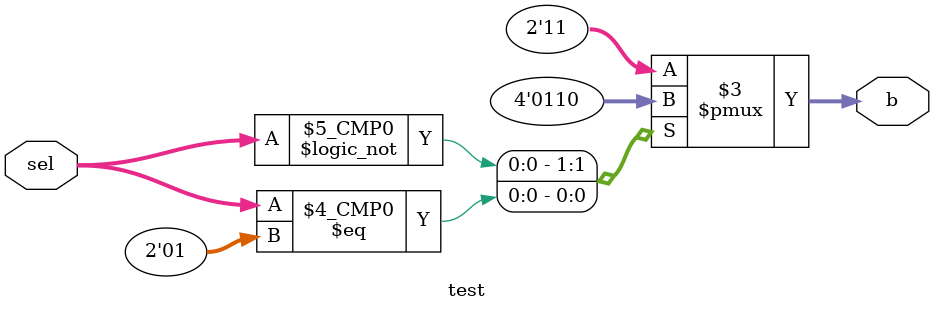
<source format=v>
module test (sel,b);
input [1:0] sel;
output [1:0] b;
reg
[1:0] b;
always @(sel)
case(sel) //synopsys full_case , warning here
2'b00:
b = 2'b01;
2'b01:
b = 2'b10;
default: b = 2'b11;
endcase
endmodule


</source>
